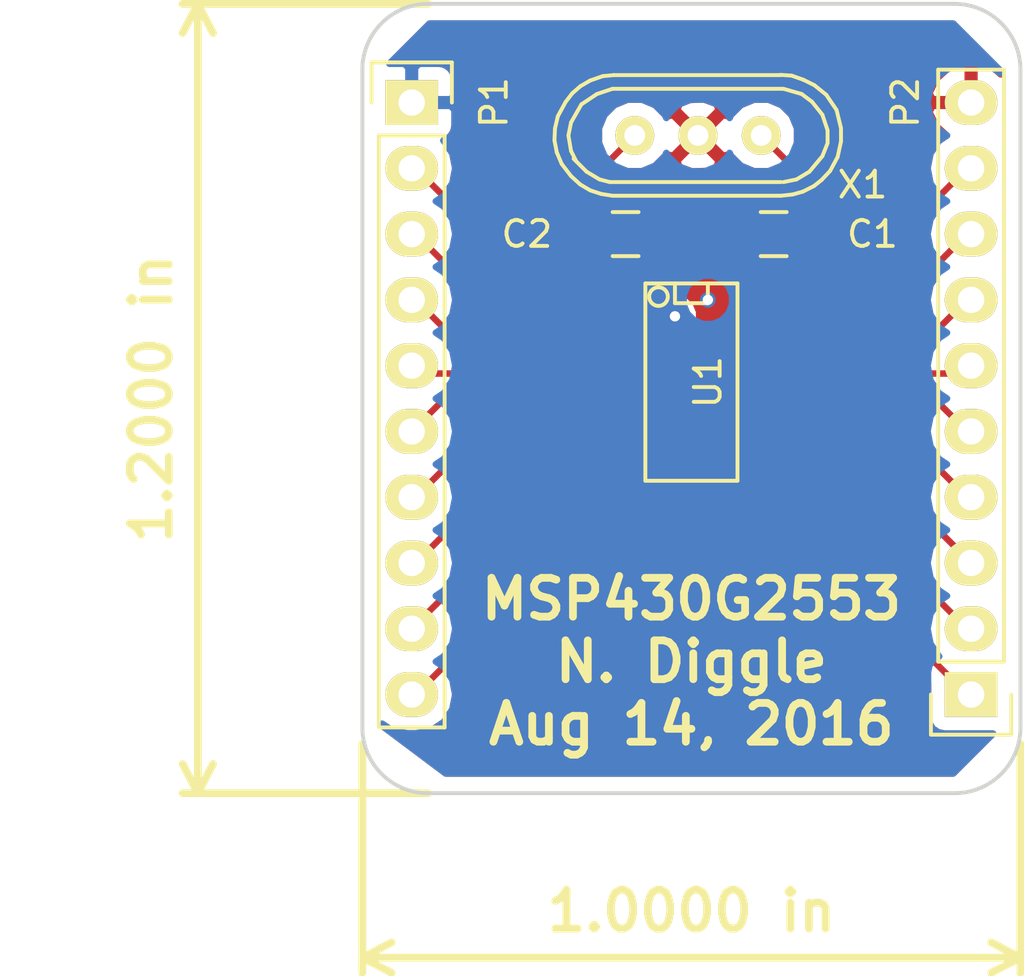
<source format=kicad_pcb>
(kicad_pcb (version 4) (host pcbnew 4.0.2-stable)

  (general
    (links 25)
    (no_connects 0)
    (area 126.924999 96.444999 152.475001 127.075001)
    (thickness 1.6)
    (drawings 11)
    (tracks 62)
    (zones 0)
    (modules 6)
    (nets 23)
  )

  (page A4)
  (layers
    (0 F.Cu signal)
    (31 B.Cu signal)
    (32 B.Adhes user)
    (33 F.Adhes user)
    (34 B.Paste user)
    (35 F.Paste user)
    (36 B.SilkS user)
    (37 F.SilkS user)
    (38 B.Mask user)
    (39 F.Mask user)
    (40 Dwgs.User user)
    (41 Cmts.User user)
    (42 Eco1.User user)
    (43 Eco2.User user)
    (44 Edge.Cuts user)
    (45 Margin user)
    (46 B.CrtYd user)
    (47 F.CrtYd user)
    (48 B.Fab user)
    (49 F.Fab user)
  )

  (setup
    (last_trace_width 0.25)
    (trace_clearance 0.2)
    (zone_clearance 0.508)
    (zone_45_only no)
    (trace_min 0.2)
    (segment_width 0.2)
    (edge_width 0.15)
    (via_size 0.6)
    (via_drill 0.4)
    (via_min_size 0.4)
    (via_min_drill 0.3)
    (uvia_size 0.3)
    (uvia_drill 0.1)
    (uvias_allowed no)
    (uvia_min_size 0.2)
    (uvia_min_drill 0.1)
    (pcb_text_width 0.3)
    (pcb_text_size 1.5 1.5)
    (mod_edge_width 0.15)
    (mod_text_size 1 1)
    (mod_text_width 0.15)
    (pad_size 1.524 1.524)
    (pad_drill 0.762)
    (pad_to_mask_clearance 0.2)
    (aux_axis_origin 0 0)
    (visible_elements 7FFEFFFF)
    (pcbplotparams
      (layerselection 0x00030_80000001)
      (usegerberextensions false)
      (excludeedgelayer true)
      (linewidth 0.100000)
      (plotframeref false)
      (viasonmask false)
      (mode 1)
      (useauxorigin false)
      (hpglpennumber 1)
      (hpglpenspeed 20)
      (hpglpendiameter 15)
      (hpglpenoverlay 2)
      (psnegative false)
      (psa4output false)
      (plotreference true)
      (plotvalue true)
      (plotinvisibletext false)
      (padsonsilk false)
      (subtractmaskfromsilk false)
      (outputformat 1)
      (mirror false)
      (drillshape 0)
      (scaleselection 1)
      (outputdirectory ""))
  )

  (net 0 "")
  (net 1 DVSS)
  (net 2 "Net-(C1-Pad2)")
  (net 3 "Net-(C2-Pad2)")
  (net 4 DVCC)
  (net 5 P1.0)
  (net 6 P1.1)
  (net 7 P1.2)
  (net 8 P1.3)
  (net 9 P1.4)
  (net 10 P1.5)
  (net 11 P2.0)
  (net 12 P2.1)
  (net 13 P2.2)
  (net 14 P2.3)
  (net 15 P2.4)
  (net 16 P2.5)
  (net 17 P1.6)
  (net 18 P1.7)
  (net 19 /RST)
  (net 20 TEST)
  (net 21 XOUT)
  (net 22 XIN)

  (net_class Default "This is the default net class."
    (clearance 0.2)
    (trace_width 0.25)
    (via_dia 0.6)
    (via_drill 0.4)
    (uvia_dia 0.3)
    (uvia_drill 0.1)
    (add_net /RST)
    (add_net "Net-(C1-Pad2)")
    (add_net "Net-(C2-Pad2)")
    (add_net P1.0)
    (add_net P1.1)
    (add_net P1.2)
    (add_net P1.3)
    (add_net P1.4)
    (add_net P1.5)
    (add_net P1.6)
    (add_net P1.7)
    (add_net P2.0)
    (add_net P2.1)
    (add_net P2.2)
    (add_net P2.3)
    (add_net P2.4)
    (add_net P2.5)
    (add_net TEST)
    (add_net XIN)
    (add_net XOUT)
  )

  (net_class Power ""
    (clearance 0.2)
    (trace_width 0.4)
    (via_dia 0.6)
    (via_drill 0.4)
    (uvia_dia 0.3)
    (uvia_drill 0.1)
    (add_net DVCC)
    (add_net DVSS)
  )

  (module Capacitors_SMD:C_0805_HandSoldering (layer F.Cu) (tedit 541A9B8D) (tstamp 57B08DB6)
    (at 142.875 105.41)
    (descr "Capacitor SMD 0805, hand soldering")
    (tags "capacitor 0805")
    (path /57B08892)
    (attr smd)
    (fp_text reference C1 (at 3.81 0) (layer F.SilkS)
      (effects (font (size 1 1) (thickness 0.15)))
    )
    (fp_text value C (at 0 2.1) (layer F.Fab)
      (effects (font (size 1 1) (thickness 0.15)))
    )
    (fp_line (start -2.3 -1) (end 2.3 -1) (layer F.CrtYd) (width 0.05))
    (fp_line (start -2.3 1) (end 2.3 1) (layer F.CrtYd) (width 0.05))
    (fp_line (start -2.3 -1) (end -2.3 1) (layer F.CrtYd) (width 0.05))
    (fp_line (start 2.3 -1) (end 2.3 1) (layer F.CrtYd) (width 0.05))
    (fp_line (start 0.5 -0.85) (end -0.5 -0.85) (layer F.SilkS) (width 0.15))
    (fp_line (start -0.5 0.85) (end 0.5 0.85) (layer F.SilkS) (width 0.15))
    (pad 1 smd rect (at -1.25 0) (size 1.5 1.25) (layers F.Cu F.Paste F.Mask)
      (net 1 DVSS))
    (pad 2 smd rect (at 1.25 0) (size 1.5 1.25) (layers F.Cu F.Paste F.Mask)
      (net 2 "Net-(C1-Pad2)"))
    (model Capacitors_SMD.3dshapes/C_0805_HandSoldering.wrl
      (at (xyz 0 0 0))
      (scale (xyz 1 1 1))
      (rotate (xyz 0 0 0))
    )
  )

  (module Capacitors_SMD:C_0805_HandSoldering (layer F.Cu) (tedit 541A9B8D) (tstamp 57B08DBC)
    (at 137.16 105.41 180)
    (descr "Capacitor SMD 0805, hand soldering")
    (tags "capacitor 0805")
    (path /57B088D3)
    (attr smd)
    (fp_text reference C2 (at 3.81 0 180) (layer F.SilkS)
      (effects (font (size 1 1) (thickness 0.15)))
    )
    (fp_text value C (at 0 2.1 180) (layer F.Fab)
      (effects (font (size 1 1) (thickness 0.15)))
    )
    (fp_line (start -2.3 -1) (end 2.3 -1) (layer F.CrtYd) (width 0.05))
    (fp_line (start -2.3 1) (end 2.3 1) (layer F.CrtYd) (width 0.05))
    (fp_line (start -2.3 -1) (end -2.3 1) (layer F.CrtYd) (width 0.05))
    (fp_line (start 2.3 -1) (end 2.3 1) (layer F.CrtYd) (width 0.05))
    (fp_line (start 0.5 -0.85) (end -0.5 -0.85) (layer F.SilkS) (width 0.15))
    (fp_line (start -0.5 0.85) (end 0.5 0.85) (layer F.SilkS) (width 0.15))
    (pad 1 smd rect (at -1.25 0 180) (size 1.5 1.25) (layers F.Cu F.Paste F.Mask)
      (net 1 DVSS))
    (pad 2 smd rect (at 1.25 0 180) (size 1.5 1.25) (layers F.Cu F.Paste F.Mask)
      (net 3 "Net-(C2-Pad2)"))
    (model Capacitors_SMD.3dshapes/C_0805_HandSoldering.wrl
      (at (xyz 0 0 0))
      (scale (xyz 1 1 1))
      (rotate (xyz 0 0 0))
    )
  )

  (module Pin_Headers:Pin_Header_Straight_1x10 (layer F.Cu) (tedit 0) (tstamp 57B08DCA)
    (at 128.905 100.33)
    (descr "Through hole pin header")
    (tags "pin header")
    (path /57B0B491)
    (fp_text reference P1 (at 3.175 0 90) (layer F.SilkS)
      (effects (font (size 1 1) (thickness 0.15)))
    )
    (fp_text value CONN_01X10 (at 4.445 25.4) (layer F.Fab)
      (effects (font (size 1 1) (thickness 0.15)))
    )
    (fp_line (start -1.75 -1.75) (end -1.75 24.65) (layer F.CrtYd) (width 0.05))
    (fp_line (start 1.75 -1.75) (end 1.75 24.65) (layer F.CrtYd) (width 0.05))
    (fp_line (start -1.75 -1.75) (end 1.75 -1.75) (layer F.CrtYd) (width 0.05))
    (fp_line (start -1.75 24.65) (end 1.75 24.65) (layer F.CrtYd) (width 0.05))
    (fp_line (start 1.27 1.27) (end 1.27 24.13) (layer F.SilkS) (width 0.15))
    (fp_line (start 1.27 24.13) (end -1.27 24.13) (layer F.SilkS) (width 0.15))
    (fp_line (start -1.27 24.13) (end -1.27 1.27) (layer F.SilkS) (width 0.15))
    (fp_line (start 1.55 -1.55) (end 1.55 0) (layer F.SilkS) (width 0.15))
    (fp_line (start 1.27 1.27) (end -1.27 1.27) (layer F.SilkS) (width 0.15))
    (fp_line (start -1.55 0) (end -1.55 -1.55) (layer F.SilkS) (width 0.15))
    (fp_line (start -1.55 -1.55) (end 1.55 -1.55) (layer F.SilkS) (width 0.15))
    (pad 1 thru_hole rect (at 0 0) (size 2.032 1.7272) (drill 1.016) (layers *.Cu *.Mask F.SilkS)
      (net 4 DVCC))
    (pad 2 thru_hole oval (at 0 2.54) (size 2.032 1.7272) (drill 1.016) (layers *.Cu *.Mask F.SilkS)
      (net 5 P1.0))
    (pad 3 thru_hole oval (at 0 5.08) (size 2.032 1.7272) (drill 1.016) (layers *.Cu *.Mask F.SilkS)
      (net 6 P1.1))
    (pad 4 thru_hole oval (at 0 7.62) (size 2.032 1.7272) (drill 1.016) (layers *.Cu *.Mask F.SilkS)
      (net 7 P1.2))
    (pad 5 thru_hole oval (at 0 10.16) (size 2.032 1.7272) (drill 1.016) (layers *.Cu *.Mask F.SilkS)
      (net 8 P1.3))
    (pad 6 thru_hole oval (at 0 12.7) (size 2.032 1.7272) (drill 1.016) (layers *.Cu *.Mask F.SilkS)
      (net 9 P1.4))
    (pad 7 thru_hole oval (at 0 15.24) (size 2.032 1.7272) (drill 1.016) (layers *.Cu *.Mask F.SilkS)
      (net 10 P1.5))
    (pad 8 thru_hole oval (at 0 17.78) (size 2.032 1.7272) (drill 1.016) (layers *.Cu *.Mask F.SilkS)
      (net 11 P2.0))
    (pad 9 thru_hole oval (at 0 20.32) (size 2.032 1.7272) (drill 1.016) (layers *.Cu *.Mask F.SilkS)
      (net 12 P2.1))
    (pad 10 thru_hole oval (at 0 22.86) (size 2.032 1.7272) (drill 1.016) (layers *.Cu *.Mask F.SilkS)
      (net 13 P2.2))
    (model Pin_Headers.3dshapes/Pin_Header_Straight_1x10.wrl
      (at (xyz 0 -0.45 0))
      (scale (xyz 1 1 1))
      (rotate (xyz 0 0 90))
    )
  )

  (module Pin_Headers:Pin_Header_Straight_1x10 (layer F.Cu) (tedit 0) (tstamp 57B08DD8)
    (at 150.495 123.19 180)
    (descr "Through hole pin header")
    (tags "pin header")
    (path /57B0B4DA)
    (fp_text reference P2 (at 2.54 22.86 270) (layer F.SilkS)
      (effects (font (size 1 1) (thickness 0.15)))
    )
    (fp_text value CONN_01X10 (at 4.445 -2.54 180) (layer F.Fab)
      (effects (font (size 1 1) (thickness 0.15)))
    )
    (fp_line (start -1.75 -1.75) (end -1.75 24.65) (layer F.CrtYd) (width 0.05))
    (fp_line (start 1.75 -1.75) (end 1.75 24.65) (layer F.CrtYd) (width 0.05))
    (fp_line (start -1.75 -1.75) (end 1.75 -1.75) (layer F.CrtYd) (width 0.05))
    (fp_line (start -1.75 24.65) (end 1.75 24.65) (layer F.CrtYd) (width 0.05))
    (fp_line (start 1.27 1.27) (end 1.27 24.13) (layer F.SilkS) (width 0.15))
    (fp_line (start 1.27 24.13) (end -1.27 24.13) (layer F.SilkS) (width 0.15))
    (fp_line (start -1.27 24.13) (end -1.27 1.27) (layer F.SilkS) (width 0.15))
    (fp_line (start 1.55 -1.55) (end 1.55 0) (layer F.SilkS) (width 0.15))
    (fp_line (start 1.27 1.27) (end -1.27 1.27) (layer F.SilkS) (width 0.15))
    (fp_line (start -1.55 0) (end -1.55 -1.55) (layer F.SilkS) (width 0.15))
    (fp_line (start -1.55 -1.55) (end 1.55 -1.55) (layer F.SilkS) (width 0.15))
    (pad 1 thru_hole rect (at 0 0 180) (size 2.032 1.7272) (drill 1.016) (layers *.Cu *.Mask F.SilkS)
      (net 14 P2.3))
    (pad 2 thru_hole oval (at 0 2.54 180) (size 2.032 1.7272) (drill 1.016) (layers *.Cu *.Mask F.SilkS)
      (net 15 P2.4))
    (pad 3 thru_hole oval (at 0 5.08 180) (size 2.032 1.7272) (drill 1.016) (layers *.Cu *.Mask F.SilkS)
      (net 16 P2.5))
    (pad 4 thru_hole oval (at 0 7.62 180) (size 2.032 1.7272) (drill 1.016) (layers *.Cu *.Mask F.SilkS)
      (net 17 P1.6))
    (pad 5 thru_hole oval (at 0 10.16 180) (size 2.032 1.7272) (drill 1.016) (layers *.Cu *.Mask F.SilkS)
      (net 18 P1.7))
    (pad 6 thru_hole oval (at 0 12.7 180) (size 2.032 1.7272) (drill 1.016) (layers *.Cu *.Mask F.SilkS)
      (net 19 /RST))
    (pad 7 thru_hole oval (at 0 15.24 180) (size 2.032 1.7272) (drill 1.016) (layers *.Cu *.Mask F.SilkS)
      (net 20 TEST))
    (pad 8 thru_hole oval (at 0 17.78 180) (size 2.032 1.7272) (drill 1.016) (layers *.Cu *.Mask F.SilkS)
      (net 21 XOUT))
    (pad 9 thru_hole oval (at 0 20.32 180) (size 2.032 1.7272) (drill 1.016) (layers *.Cu *.Mask F.SilkS)
      (net 22 XIN))
    (pad 10 thru_hole oval (at 0 22.86 180) (size 2.032 1.7272) (drill 1.016) (layers *.Cu *.Mask F.SilkS)
      (net 1 DVSS))
    (model Pin_Headers.3dshapes/Pin_Header_Straight_1x10.wrl
      (at (xyz 0 -0.45 0))
      (scale (xyz 1 1 1))
      (rotate (xyz 0 0 90))
    )
  )

  (module SMD_Packages:SSOP-20 (layer F.Cu) (tedit 0) (tstamp 57B08DF0)
    (at 139.7 111.125 270)
    (descr "SSOP 20 pins")
    (tags "CMS SSOP SMD")
    (path /57B0A17B)
    (attr smd)
    (fp_text reference U1 (at 0 -0.635 270) (layer F.SilkS)
      (effects (font (size 1 1) (thickness 0.15)))
    )
    (fp_text value MSP430G2553 (at 4.445 0 360) (layer F.Fab)
      (effects (font (size 1 1) (thickness 0.15)))
    )
    (fp_line (start 3.81 -1.778) (end -3.81 -1.778) (layer F.SilkS) (width 0.15))
    (fp_line (start -3.81 1.778) (end 3.81 1.778) (layer F.SilkS) (width 0.15))
    (fp_line (start 3.81 -1.778) (end 3.81 1.778) (layer F.SilkS) (width 0.15))
    (fp_line (start -3.81 1.778) (end -3.81 -1.778) (layer F.SilkS) (width 0.15))
    (fp_circle (center -3.302 1.27) (end -3.556 1.016) (layer F.SilkS) (width 0.15))
    (fp_line (start -3.81 -0.635) (end -3.048 -0.635) (layer F.SilkS) (width 0.15))
    (fp_line (start -3.048 -0.635) (end -3.048 0.635) (layer F.SilkS) (width 0.15))
    (fp_line (start -3.048 0.635) (end -3.81 0.635) (layer F.SilkS) (width 0.15))
    (pad 1 smd rect (at -2.921 2.667 270) (size 0.4064 1.27) (layers F.Cu F.Paste F.Mask)
      (net 4 DVCC))
    (pad 2 smd rect (at -2.286 2.667 270) (size 0.4064 1.27) (layers F.Cu F.Paste F.Mask)
      (net 5 P1.0))
    (pad 3 smd rect (at -1.6256 2.667 270) (size 0.4064 1.27) (layers F.Cu F.Paste F.Mask)
      (net 6 P1.1))
    (pad 4 smd rect (at -0.9652 2.667 270) (size 0.4064 1.27) (layers F.Cu F.Paste F.Mask)
      (net 7 P1.2))
    (pad 5 smd rect (at -0.3302 2.667 270) (size 0.4064 1.27) (layers F.Cu F.Paste F.Mask)
      (net 8 P1.3))
    (pad 6 smd rect (at 0.3302 2.667 270) (size 0.4064 1.27) (layers F.Cu F.Paste F.Mask)
      (net 9 P1.4))
    (pad 7 smd rect (at 0.9906 2.667 270) (size 0.4064 1.27) (layers F.Cu F.Paste F.Mask)
      (net 10 P1.5))
    (pad 8 smd rect (at 1.6256 2.667 270) (size 0.4064 1.27) (layers F.Cu F.Paste F.Mask)
      (net 11 P2.0))
    (pad 9 smd rect (at 2.286 2.667 270) (size 0.4064 1.27) (layers F.Cu F.Paste F.Mask)
      (net 12 P2.1))
    (pad 10 smd rect (at 2.921 2.667 270) (size 0.4064 1.27) (layers F.Cu F.Paste F.Mask)
      (net 13 P2.2))
    (pad 11 smd rect (at 2.921 -2.667 270) (size 0.4064 1.27) (layers F.Cu F.Paste F.Mask)
      (net 14 P2.3))
    (pad 12 smd rect (at 2.286 -2.667 270) (size 0.4064 1.27) (layers F.Cu F.Paste F.Mask)
      (net 15 P2.4))
    (pad 13 smd rect (at 1.6256 -2.667 270) (size 0.4064 1.27) (layers F.Cu F.Paste F.Mask)
      (net 16 P2.5))
    (pad 14 smd rect (at 0.9906 -2.667 270) (size 0.4064 1.27) (layers F.Cu F.Paste F.Mask)
      (net 17 P1.6))
    (pad 15 smd rect (at 0.3302 -2.667 270) (size 0.4064 1.27) (layers F.Cu F.Paste F.Mask)
      (net 18 P1.7))
    (pad 16 smd rect (at -0.3302 -2.667 270) (size 0.4064 1.27) (layers F.Cu F.Paste F.Mask)
      (net 19 /RST))
    (pad 17 smd rect (at -0.9652 -2.667 270) (size 0.4064 1.27) (layers F.Cu F.Paste F.Mask)
      (net 20 TEST))
    (pad 18 smd rect (at -1.6256 -2.667 270) (size 0.4064 1.27) (layers F.Cu F.Paste F.Mask)
      (net 21 XOUT))
    (pad 19 smd rect (at -2.286 -2.667 270) (size 0.4064 1.27) (layers F.Cu F.Paste F.Mask)
      (net 22 XIN))
    (pad 20 smd rect (at -2.921 -2.667 270) (size 0.4064 1.27) (layers F.Cu F.Paste F.Mask)
      (net 1 DVSS))
    (model SMD_Packages.3dshapes/SSOP-20.wrl
      (at (xyz 0 0 0))
      (scale (xyz 0.255 0.33 0.3))
      (rotate (xyz 0 0 0))
    )
  )

  (module Crystals:Crystal_HC49-U_Vertical_3Pin (layer F.Cu) (tedit 0) (tstamp 57B08DF7)
    (at 139.954 101.6 180)
    (descr "Crystal Quarz HC49/U vertical stehend 3 Pin")
    (tags "Crystal Quarz HC49/U vertical stehend 3 Pin")
    (path /57B08699)
    (fp_text reference X1 (at -6.35 -1.905 180) (layer F.SilkS)
      (effects (font (size 1 1) (thickness 0.15)))
    )
    (fp_text value CRYSTAL_SMD (at 0 2.54 180) (layer F.Fab)
      (effects (font (size 1 1) (thickness 0.15)))
    )
    (fp_line (start 4.699 -1.00076) (end 4.89966 -0.59944) (layer F.SilkS) (width 0.15))
    (fp_line (start 4.89966 -0.59944) (end 5.00126 0) (layer F.SilkS) (width 0.15))
    (fp_line (start 5.00126 0) (end 4.89966 0.50038) (layer F.SilkS) (width 0.15))
    (fp_line (start 4.89966 0.50038) (end 4.50088 1.19888) (layer F.SilkS) (width 0.15))
    (fp_line (start 4.50088 1.19888) (end 3.8989 1.6002) (layer F.SilkS) (width 0.15))
    (fp_line (start 3.8989 1.6002) (end 3.29946 1.80086) (layer F.SilkS) (width 0.15))
    (fp_line (start 3.29946 1.80086) (end -3.29946 1.80086) (layer F.SilkS) (width 0.15))
    (fp_line (start -3.29946 1.80086) (end -4.0005 1.6002) (layer F.SilkS) (width 0.15))
    (fp_line (start -4.0005 1.6002) (end -4.39928 1.30048) (layer F.SilkS) (width 0.15))
    (fp_line (start -4.39928 1.30048) (end -4.8006 0.8001) (layer F.SilkS) (width 0.15))
    (fp_line (start -4.8006 0.8001) (end -5.00126 0.20066) (layer F.SilkS) (width 0.15))
    (fp_line (start -5.00126 0.20066) (end -5.00126 -0.29972) (layer F.SilkS) (width 0.15))
    (fp_line (start -5.00126 -0.29972) (end -4.8006 -0.8001) (layer F.SilkS) (width 0.15))
    (fp_line (start -4.8006 -0.8001) (end -4.30022 -1.39954) (layer F.SilkS) (width 0.15))
    (fp_line (start -4.30022 -1.39954) (end -3.79984 -1.69926) (layer F.SilkS) (width 0.15))
    (fp_line (start -3.79984 -1.69926) (end -3.29946 -1.80086) (layer F.SilkS) (width 0.15))
    (fp_line (start -3.2004 -1.80086) (end 3.40106 -1.80086) (layer F.SilkS) (width 0.15))
    (fp_line (start 3.40106 -1.80086) (end 3.79984 -1.69926) (layer F.SilkS) (width 0.15))
    (fp_line (start 3.79984 -1.69926) (end 4.30022 -1.39954) (layer F.SilkS) (width 0.15))
    (fp_line (start 4.30022 -1.39954) (end 4.8006 -0.89916) (layer F.SilkS) (width 0.15))
    (fp_line (start -3.19024 -2.32918) (end -3.64998 -2.28092) (layer F.SilkS) (width 0.15))
    (fp_line (start -3.64998 -2.28092) (end -4.04876 -2.16916) (layer F.SilkS) (width 0.15))
    (fp_line (start -4.04876 -2.16916) (end -4.48056 -1.95072) (layer F.SilkS) (width 0.15))
    (fp_line (start -4.48056 -1.95072) (end -4.77012 -1.71958) (layer F.SilkS) (width 0.15))
    (fp_line (start -4.77012 -1.71958) (end -5.10032 -1.36906) (layer F.SilkS) (width 0.15))
    (fp_line (start -5.10032 -1.36906) (end -5.38988 -0.83058) (layer F.SilkS) (width 0.15))
    (fp_line (start -5.38988 -0.83058) (end -5.51942 -0.23114) (layer F.SilkS) (width 0.15))
    (fp_line (start -5.51942 -0.23114) (end -5.51942 0.2794) (layer F.SilkS) (width 0.15))
    (fp_line (start -5.51942 0.2794) (end -5.34924 0.98044) (layer F.SilkS) (width 0.15))
    (fp_line (start -5.34924 0.98044) (end -4.95046 1.56972) (layer F.SilkS) (width 0.15))
    (fp_line (start -4.95046 1.56972) (end -4.49072 1.94056) (layer F.SilkS) (width 0.15))
    (fp_line (start -4.49072 1.94056) (end -4.06908 2.14884) (layer F.SilkS) (width 0.15))
    (fp_line (start -4.06908 2.14884) (end -3.6195 2.30886) (layer F.SilkS) (width 0.15))
    (fp_line (start -3.6195 2.30886) (end -3.18008 2.33934) (layer F.SilkS) (width 0.15))
    (fp_line (start 4.16052 2.1209) (end 4.53898 1.89992) (layer F.SilkS) (width 0.15))
    (fp_line (start 4.53898 1.89992) (end 4.85902 1.62052) (layer F.SilkS) (width 0.15))
    (fp_line (start 4.85902 1.62052) (end 5.11048 1.29032) (layer F.SilkS) (width 0.15))
    (fp_line (start 5.11048 1.29032) (end 5.4102 0.73914) (layer F.SilkS) (width 0.15))
    (fp_line (start 5.4102 0.73914) (end 5.51942 0.26924) (layer F.SilkS) (width 0.15))
    (fp_line (start 5.51942 0.26924) (end 5.53974 -0.1905) (layer F.SilkS) (width 0.15))
    (fp_line (start 5.53974 -0.1905) (end 5.45084 -0.65024) (layer F.SilkS) (width 0.15))
    (fp_line (start 5.45084 -0.65024) (end 5.26034 -1.09982) (layer F.SilkS) (width 0.15))
    (fp_line (start 5.26034 -1.09982) (end 4.89966 -1.56972) (layer F.SilkS) (width 0.15))
    (fp_line (start 4.89966 -1.56972) (end 4.54914 -1.88976) (layer F.SilkS) (width 0.15))
    (fp_line (start 4.54914 -1.88976) (end 4.16052 -2.1209) (layer F.SilkS) (width 0.15))
    (fp_line (start 4.16052 -2.1209) (end 3.73126 -2.2606) (layer F.SilkS) (width 0.15))
    (fp_line (start 3.73126 -2.2606) (end 3.2893 -2.32918) (layer F.SilkS) (width 0.15))
    (fp_line (start -3.2004 2.32918) (end 3.2512 2.32918) (layer F.SilkS) (width 0.15))
    (fp_line (start 3.2512 2.32918) (end 3.6703 2.29108) (layer F.SilkS) (width 0.15))
    (fp_line (start 3.6703 2.29108) (end 4.16052 2.1209) (layer F.SilkS) (width 0.15))
    (fp_line (start -3.2004 -2.32918) (end 3.2512 -2.32918) (layer F.SilkS) (width 0.15))
    (pad 1 thru_hole circle (at -2.44094 0 180) (size 1.50114 1.50114) (drill 0.8001) (layers *.Cu *.Mask F.SilkS)
      (net 2 "Net-(C1-Pad2)"))
    (pad 2 thru_hole circle (at 2.44094 0 180) (size 1.50114 1.50114) (drill 0.8001) (layers *.Cu *.Mask F.SilkS)
      (net 3 "Net-(C2-Pad2)"))
    (pad 3 thru_hole circle (at 0 0 180) (size 1.50114 1.50114) (drill 0.8001) (layers *.Cu *.Mask F.SilkS)
      (net 1 DVSS))
  )

  (dimension 25.4 (width 0.3) (layer F.SilkS)
    (gr_text "25.400 mm" (at 139.7 134.699999) (layer F.SilkS)
      (effects (font (size 1.5 1.5) (thickness 0.3)))
    )
    (feature1 (pts (xy 152.4 125.095) (xy 152.4 136.049999)))
    (feature2 (pts (xy 127 125.095) (xy 127 136.049999)))
    (crossbar (pts (xy 127 133.349999) (xy 152.4 133.349999)))
    (arrow1a (pts (xy 152.4 133.349999) (xy 151.273496 133.93642)))
    (arrow1b (pts (xy 152.4 133.349999) (xy 151.273496 132.763578)))
    (arrow2a (pts (xy 127 133.349999) (xy 128.126504 133.93642)))
    (arrow2b (pts (xy 127 133.349999) (xy 128.126504 132.763578)))
  )
  (dimension 30.48 (width 0.3) (layer F.SilkS)
    (gr_text "30.480 mm" (at 119.3 111.76 90) (layer F.SilkS)
      (effects (font (size 1.5 1.5) (thickness 0.3)))
    )
    (feature1 (pts (xy 129.54 96.52) (xy 117.95 96.52)))
    (feature2 (pts (xy 129.54 127) (xy 117.95 127)))
    (crossbar (pts (xy 120.65 127) (xy 120.65 96.52)))
    (arrow1a (pts (xy 120.65 96.52) (xy 121.236421 97.646504)))
    (arrow1b (pts (xy 120.65 96.52) (xy 120.063579 97.646504)))
    (arrow2a (pts (xy 120.65 127) (xy 121.236421 125.873496)))
    (arrow2b (pts (xy 120.65 127) (xy 120.063579 125.873496)))
  )
  (gr_text "MSP430G2553\nN. Diggle\nAug 14, 2016" (at 139.7 121.92) (layer F.SilkS)
    (effects (font (size 1.5 1.5) (thickness 0.3)))
  )
  (gr_arc (start 149.86 99.06) (end 149.86 96.52) (angle 90) (layer Edge.Cuts) (width 0.15))
  (gr_arc (start 129.54 99.06) (end 127 99.06) (angle 90) (layer Edge.Cuts) (width 0.15))
  (gr_arc (start 129.54 124.46) (end 129.54 127) (angle 90) (layer Edge.Cuts) (width 0.15))
  (gr_arc (start 149.86 124.46) (end 152.4 124.46) (angle 90) (layer Edge.Cuts) (width 0.15))
  (gr_line (start 127 99.06) (end 127 124.46) (layer Edge.Cuts) (width 0.15))
  (gr_line (start 149.86 96.52) (end 129.54 96.52) (layer Edge.Cuts) (width 0.15))
  (gr_line (start 152.4 124.46) (end 152.4 99.06) (layer Edge.Cuts) (width 0.15))
  (gr_line (start 129.54 127) (end 149.86 127) (layer Edge.Cuts) (width 0.15))

  (segment (start 140.335 107.95) (end 140.97 107.95) (width 0.4) (layer F.Cu) (net 1))
  (segment (start 140.97 107.95) (end 141.224 108.204) (width 0.4) (layer F.Cu) (net 1))
  (segment (start 142.367 108.204) (end 141.224 108.204) (width 0.4) (layer F.Cu) (net 1))
  (via (at 140.335 107.95) (size 0.6) (drill 0.4) (layers F.Cu B.Cu) (net 1))
  (segment (start 141.625 105.41) (end 141.5 105.41) (width 0.4) (layer F.Cu) (net 1))
  (segment (start 144.125 105.41) (end 144.125 103.33006) (width 0.25) (layer F.Cu) (net 2))
  (segment (start 144.125 103.33006) (end 142.39494 101.6) (width 0.25) (layer F.Cu) (net 2))
  (segment (start 135.91 105.41) (end 135.91 103.20306) (width 0.25) (layer F.Cu) (net 3))
  (segment (start 135.91 103.20306) (end 137.51306 101.6) (width 0.25) (layer F.Cu) (net 3))
  (segment (start 137.033 108.204) (end 138.684 108.204) (width 0.4) (layer F.Cu) (net 4))
  (segment (start 138.684 108.204) (end 139.065 108.585) (width 0.4) (layer F.Cu) (net 4))
  (via (at 139.065 108.585) (size 0.6) (drill 0.4) (layers F.Cu B.Cu) (net 4))
  (segment (start 137.033 108.839) (end 135.0264 108.839) (width 0.25) (layer F.Cu) (net 5))
  (segment (start 135.0264 108.839) (end 129.0574 102.87) (width 0.25) (layer F.Cu) (net 5))
  (segment (start 129.0574 102.87) (end 128.905 102.87) (width 0.25) (layer F.Cu) (net 5))
  (segment (start 129.0574 105.41) (end 128.905 105.41) (width 0.25) (layer F.Cu) (net 6))
  (segment (start 133.1468 109.4994) (end 129.0574 105.41) (width 0.25) (layer F.Cu) (net 6))
  (segment (start 137.033 109.4994) (end 133.1468 109.4994) (width 0.25) (layer F.Cu) (net 6))
  (segment (start 129.0574 107.95) (end 128.905 107.95) (width 0.25) (layer F.Cu) (net 7))
  (segment (start 131.2672 110.1598) (end 129.0574 107.95) (width 0.25) (layer F.Cu) (net 7))
  (segment (start 137.033 110.1598) (end 131.2672 110.1598) (width 0.25) (layer F.Cu) (net 7))
  (segment (start 137.033 110.7948) (end 129.2098 110.7948) (width 0.25) (layer F.Cu) (net 8))
  (segment (start 129.2098 110.7948) (end 128.905 110.49) (width 0.25) (layer F.Cu) (net 8))
  (segment (start 130.4798 111.4552) (end 128.905 113.03) (width 0.25) (layer F.Cu) (net 9))
  (segment (start 137.033 111.4552) (end 130.4798 111.4552) (width 0.25) (layer F.Cu) (net 9))
  (segment (start 132.4864 112.141) (end 129.0574 115.57) (width 0.25) (layer F.Cu) (net 10))
  (segment (start 132.4864 112.1156) (end 132.4864 112.141) (width 0.25) (layer F.Cu) (net 10))
  (segment (start 129.0574 115.57) (end 128.905 115.57) (width 0.25) (layer F.Cu) (net 10))
  (segment (start 137.033 112.1156) (end 132.4864 112.1156) (width 0.25) (layer F.Cu) (net 10))
  (segment (start 137.033 112.7506) (end 134.4168 112.7506) (width 0.25) (layer F.Cu) (net 11))
  (segment (start 134.4168 112.7506) (end 129.0574 118.11) (width 0.25) (layer F.Cu) (net 11))
  (segment (start 129.0574 118.11) (end 128.905 118.11) (width 0.25) (layer F.Cu) (net 11))
  (segment (start 137.033 113.411) (end 136.144 113.411) (width 0.25) (layer F.Cu) (net 12))
  (segment (start 136.144 113.411) (end 128.905 120.65) (width 0.25) (layer F.Cu) (net 12))
  (segment (start 137.033 114.046) (end 137.033 115.2144) (width 0.25) (layer F.Cu) (net 13))
  (segment (start 137.033 115.2144) (end 129.0574 123.19) (width 0.25) (layer F.Cu) (net 13))
  (segment (start 129.0574 123.19) (end 128.905 123.19) (width 0.25) (layer F.Cu) (net 13))
  (segment (start 142.367 114.046) (end 142.367 115.2144) (width 0.25) (layer F.Cu) (net 14))
  (segment (start 142.367 115.2144) (end 150.3426 123.19) (width 0.25) (layer F.Cu) (net 14))
  (segment (start 150.3426 123.19) (end 150.495 123.19) (width 0.25) (layer F.Cu) (net 14))
  (segment (start 142.367 113.411) (end 143.1036 113.411) (width 0.25) (layer F.Cu) (net 15))
  (segment (start 143.1036 113.411) (end 150.3426 120.65) (width 0.25) (layer F.Cu) (net 15))
  (segment (start 150.3426 120.65) (end 150.495 120.65) (width 0.25) (layer F.Cu) (net 15))
  (segment (start 142.367 112.7506) (end 145.1356 112.7506) (width 0.25) (layer F.Cu) (net 16))
  (segment (start 145.1356 112.7506) (end 150.495 118.11) (width 0.25) (layer F.Cu) (net 16))
  (segment (start 142.367 112.1156) (end 146.8882 112.1156) (width 0.25) (layer F.Cu) (net 17))
  (segment (start 146.8882 112.1156) (end 150.3426 115.57) (width 0.25) (layer F.Cu) (net 17))
  (segment (start 150.3426 115.57) (end 150.495 115.57) (width 0.25) (layer F.Cu) (net 17))
  (segment (start 142.367 111.4552) (end 148.7678 111.4552) (width 0.25) (layer F.Cu) (net 18))
  (segment (start 148.7678 111.4552) (end 150.3426 113.03) (width 0.25) (layer F.Cu) (net 18))
  (segment (start 150.3426 113.03) (end 150.495 113.03) (width 0.25) (layer F.Cu) (net 18))
  (segment (start 142.367 110.7948) (end 150.1902 110.7948) (width 0.25) (layer F.Cu) (net 19))
  (segment (start 150.1902 110.7948) (end 150.495 110.49) (width 0.25) (layer F.Cu) (net 19))
  (segment (start 142.367 110.1598) (end 148.1328 110.1598) (width 0.25) (layer F.Cu) (net 20))
  (segment (start 148.1328 110.1598) (end 150.3426 107.95) (width 0.25) (layer F.Cu) (net 20))
  (segment (start 150.3426 107.95) (end 150.495 107.95) (width 0.25) (layer F.Cu) (net 20))
  (segment (start 150.3426 105.41) (end 150.495 105.41) (width 0.25) (layer F.Cu) (net 21))
  (segment (start 146.2532 109.4994) (end 150.3426 105.41) (width 0.25) (layer F.Cu) (net 21))
  (segment (start 142.367 109.4994) (end 146.2532 109.4994) (width 0.25) (layer F.Cu) (net 21))
  (segment (start 144.3736 108.839) (end 150.3426 102.87) (width 0.25) (layer F.Cu) (net 22))
  (segment (start 142.367 108.839) (end 144.3736 108.839) (width 0.25) (layer F.Cu) (net 22))
  (segment (start 150.3426 102.87) (end 150.495 102.87) (width 0.25) (layer F.Cu) (net 22))

  (zone (net 1) (net_name DVSS) (layer F.Cu) (tstamp 0) (hatch edge 0.508)
    (connect_pads (clearance 0.508))
    (min_thickness 0.254)
    (fill yes (arc_segments 16) (thermal_gap 0.508) (thermal_bridge_width 0.508))
    (polygon
      (pts
        (xy 130.175 126.365) (xy 127.635 124.46) (xy 127.635 99.06) (xy 129.54 97.155) (xy 149.86 97.155)
        (xy 151.765 99.06) (xy 151.765 124.46) (xy 149.86 126.365)
      )
    )
    (filled_polygon
      (pts
        (xy 151.638 99.112606) (xy 151.638 99.242363) (xy 151.40932 99.038046) (xy 150.856913 98.844816) (xy 150.622 98.989076)
        (xy 150.622 100.203) (xy 150.642 100.203) (xy 150.642 100.457) (xy 150.622 100.457) (xy 150.622 100.477)
        (xy 150.368 100.477) (xy 150.368 100.457) (xy 149.008783 100.457) (xy 148.887642 100.689026) (xy 148.890291 100.704791)
        (xy 149.144268 101.232036) (xy 149.560069 101.603539) (xy 149.250585 101.81033) (xy 148.925729 102.296511) (xy 148.811655 102.87)
        (xy 148.887334 103.250464) (xy 144.058798 108.079) (xy 143.637 108.079) (xy 143.637 108.076998) (xy 143.503652 108.076998)
        (xy 143.637 107.94365) (xy 143.637 107.874491) (xy 143.540327 107.641102) (xy 143.361699 107.462473) (xy 143.12831 107.3658)
        (xy 142.65275 107.3658) (xy 142.494 107.52455) (xy 142.494 107.98836) (xy 142.24 107.98836) (xy 142.24 107.52455)
        (xy 142.08125 107.3658) (xy 141.60569 107.3658) (xy 141.372301 107.462473) (xy 141.193673 107.641102) (xy 141.097 107.874491)
        (xy 141.097 107.94365) (xy 141.25575 108.1024) (xy 141.38827 108.1024) (xy 141.280559 108.17171) (xy 141.135569 108.38391)
        (xy 141.124937 108.436413) (xy 141.097 108.46435) (xy 141.097 108.533509) (xy 141.102557 108.546926) (xy 141.08456 108.6358)
        (xy 141.08456 109.0422) (xy 141.109334 109.173862) (xy 141.08456 109.2962) (xy 141.08456 109.7026) (xy 141.109334 109.834262)
        (xy 141.08456 109.9566) (xy 141.08456 110.363) (xy 141.106857 110.481496) (xy 141.08456 110.5916) (xy 141.08456 110.998)
        (xy 141.109334 111.129662) (xy 141.08456 111.252) (xy 141.08456 111.6584) (xy 141.109334 111.790062) (xy 141.08456 111.9124)
        (xy 141.08456 112.3188) (xy 141.106857 112.437296) (xy 141.08456 112.5474) (xy 141.08456 112.9538) (xy 141.109334 113.085462)
        (xy 141.08456 113.2078) (xy 141.08456 113.6142) (xy 141.106857 113.732696) (xy 141.08456 113.8428) (xy 141.08456 114.2492)
        (xy 141.128838 114.484517) (xy 141.26791 114.700641) (xy 141.48011 114.845631) (xy 141.607 114.871327) (xy 141.607 115.2144)
        (xy 141.664852 115.505239) (xy 141.829599 115.751801) (xy 148.83156 122.753762) (xy 148.83156 124.0536) (xy 148.875838 124.288917)
        (xy 149.01491 124.505041) (xy 149.22711 124.650031) (xy 149.479 124.70104) (xy 151.344354 124.70104) (xy 149.807394 126.238)
        (xy 130.217333 126.238) (xy 127.762 124.3965) (xy 127.762 124.317433) (xy 128.146766 124.574526) (xy 128.720255 124.6886)
        (xy 129.089745 124.6886) (xy 129.663234 124.574526) (xy 130.149415 124.24967) (xy 130.474271 123.763489) (xy 130.588345 123.19)
        (xy 130.512666 122.809536) (xy 137.570401 115.751801) (xy 137.735148 115.505239) (xy 137.793 115.2144) (xy 137.793 114.87312)
        (xy 137.903317 114.852362) (xy 138.119441 114.71329) (xy 138.264431 114.50109) (xy 138.31544 114.2492) (xy 138.31544 113.8428)
        (xy 138.293143 113.724304) (xy 138.31544 113.6142) (xy 138.31544 113.2078) (xy 138.290666 113.076138) (xy 138.31544 112.9538)
        (xy 138.31544 112.5474) (xy 138.293143 112.428904) (xy 138.31544 112.3188) (xy 138.31544 111.9124) (xy 138.290666 111.780738)
        (xy 138.31544 111.6584) (xy 138.31544 111.252) (xy 138.290666 111.120338) (xy 138.31544 110.998) (xy 138.31544 110.5916)
        (xy 138.293143 110.473104) (xy 138.31544 110.363) (xy 138.31544 109.9566) (xy 138.290666 109.824938) (xy 138.31544 109.7026)
        (xy 138.31544 109.2962) (xy 138.290666 109.164538) (xy 138.296016 109.138118) (xy 138.534673 109.377192) (xy 138.878201 109.519838)
        (xy 139.250167 109.520162) (xy 139.593943 109.378117) (xy 139.857192 109.115327) (xy 139.999838 108.771799) (xy 140.000162 108.399833)
        (xy 139.858117 108.056057) (xy 139.595327 107.792808) (xy 139.35309 107.692222) (xy 139.274434 107.613566) (xy 139.178341 107.549359)
        (xy 139.003541 107.432561) (xy 138.684 107.369) (xy 137.745233 107.369) (xy 137.668 107.35336) (xy 136.398 107.35336)
        (xy 136.162683 107.397638) (xy 135.946559 107.53671) (xy 135.801569 107.74891) (xy 135.75056 108.0008) (xy 135.75056 108.079)
        (xy 135.341202 108.079) (xy 132.047202 104.785) (xy 134.51256 104.785) (xy 134.51256 106.035) (xy 134.556838 106.270317)
        (xy 134.69591 106.486441) (xy 134.90811 106.631431) (xy 135.16 106.68244) (xy 136.66 106.68244) (xy 136.895317 106.638162)
        (xy 137.111441 106.49909) (xy 137.157969 106.430994) (xy 137.300302 106.573327) (xy 137.533691 106.67) (xy 138.12425 106.67)
        (xy 138.283 106.51125) (xy 138.283 105.537) (xy 138.537 105.537) (xy 138.537 106.51125) (xy 138.69575 106.67)
        (xy 139.286309 106.67) (xy 139.519698 106.573327) (xy 139.698327 106.394699) (xy 139.795 106.16131) (xy 139.795 105.69575)
        (xy 140.24 105.69575) (xy 140.24 106.16131) (xy 140.336673 106.394699) (xy 140.515302 106.573327) (xy 140.748691 106.67)
        (xy 141.33925 106.67) (xy 141.498 106.51125) (xy 141.498 105.537) (xy 140.39875 105.537) (xy 140.24 105.69575)
        (xy 139.795 105.69575) (xy 139.63625 105.537) (xy 138.537 105.537) (xy 138.283 105.537) (xy 138.263 105.537)
        (xy 138.263 105.283) (xy 138.283 105.283) (xy 138.283 104.30875) (xy 138.537 104.30875) (xy 138.537 105.283)
        (xy 139.63625 105.283) (xy 139.795 105.12425) (xy 139.795 104.65869) (xy 140.24 104.65869) (xy 140.24 105.12425)
        (xy 140.39875 105.283) (xy 141.498 105.283) (xy 141.498 104.30875) (xy 141.33925 104.15) (xy 140.748691 104.15)
        (xy 140.515302 104.246673) (xy 140.336673 104.425301) (xy 140.24 104.65869) (xy 139.795 104.65869) (xy 139.698327 104.425301)
        (xy 139.519698 104.246673) (xy 139.286309 104.15) (xy 138.69575 104.15) (xy 138.537 104.30875) (xy 138.283 104.30875)
        (xy 138.12425 104.15) (xy 137.533691 104.15) (xy 137.300302 104.246673) (xy 137.159064 104.38791) (xy 137.12409 104.333559)
        (xy 136.91189 104.188569) (xy 136.67 104.139585) (xy 136.67 103.517862) (xy 137.212424 102.975438) (xy 137.236244 102.985329)
        (xy 137.787458 102.98581) (xy 138.296897 102.775314) (xy 138.500636 102.57193) (xy 139.161675 102.57193) (xy 139.229735 102.812931)
        (xy 139.749034 102.997767) (xy 140.299538 102.969805) (xy 140.678265 102.812931) (xy 140.746325 102.57193) (xy 139.954 101.779605)
        (xy 139.161675 102.57193) (xy 138.500636 102.57193) (xy 138.687004 102.385887) (xy 138.726848 102.289932) (xy 138.741069 102.324265)
        (xy 138.98207 102.392325) (xy 139.774395 101.6) (xy 140.133605 101.6) (xy 140.92593 102.392325) (xy 141.166931 102.324265)
        (xy 141.179926 102.287756) (xy 141.219626 102.383837) (xy 141.609053 102.773944) (xy 142.118124 102.985329) (xy 142.669338 102.98581)
        (xy 142.695244 102.975106) (xy 143.365 103.644862) (xy 143.365 104.139442) (xy 143.139683 104.181838) (xy 142.923559 104.32091)
        (xy 142.877031 104.389006) (xy 142.734698 104.246673) (xy 142.501309 104.15) (xy 141.91075 104.15) (xy 141.752 104.30875)
        (xy 141.752 105.283) (xy 141.772 105.283) (xy 141.772 105.537) (xy 141.752 105.537) (xy 141.752 106.51125)
        (xy 141.91075 106.67) (xy 142.501309 106.67) (xy 142.734698 106.573327) (xy 142.875936 106.43209) (xy 142.91091 106.486441)
        (xy 143.12311 106.631431) (xy 143.375 106.68244) (xy 144.875 106.68244) (xy 145.110317 106.638162) (xy 145.326441 106.49909)
        (xy 145.471431 106.28689) (xy 145.52244 106.035) (xy 145.52244 104.785) (xy 145.478162 104.549683) (xy 145.33909 104.333559)
        (xy 145.12689 104.188569) (xy 144.885 104.139585) (xy 144.885 103.33006) (xy 144.827148 103.039221) (xy 144.827148 103.03922)
        (xy 144.662401 102.792659) (xy 143.770378 101.900636) (xy 143.780269 101.876816) (xy 143.78075 101.325602) (xy 143.570254 100.816163)
        (xy 143.180827 100.426056) (xy 142.671756 100.214671) (xy 142.120542 100.21419) (xy 141.611103 100.424686) (xy 141.220996 100.814113)
        (xy 141.181152 100.910068) (xy 141.166931 100.875735) (xy 140.92593 100.807675) (xy 140.133605 101.6) (xy 139.774395 101.6)
        (xy 138.98207 100.807675) (xy 138.741069 100.875735) (xy 138.728074 100.912244) (xy 138.688374 100.816163) (xy 138.500609 100.62807)
        (xy 139.161675 100.62807) (xy 139.954 101.420395) (xy 140.746325 100.62807) (xy 140.678265 100.387069) (xy 140.158966 100.202233)
        (xy 139.608462 100.230195) (xy 139.229735 100.387069) (xy 139.161675 100.62807) (xy 138.500609 100.62807) (xy 138.298947 100.426056)
        (xy 137.789876 100.214671) (xy 137.238662 100.21419) (xy 136.729223 100.424686) (xy 136.339116 100.814113) (xy 136.127731 101.323184)
        (xy 136.12725 101.874398) (xy 136.137954 101.900304) (xy 135.372599 102.665659) (xy 135.207852 102.912221) (xy 135.15 103.20306)
        (xy 135.15 104.139442) (xy 134.924683 104.181838) (xy 134.708559 104.32091) (xy 134.563569 104.53311) (xy 134.51256 104.785)
        (xy 132.047202 104.785) (xy 130.512666 103.250464) (xy 130.588345 102.87) (xy 130.474271 102.296511) (xy 130.149415 101.81033)
        (xy 130.135087 101.800757) (xy 130.156317 101.796762) (xy 130.372441 101.65769) (xy 130.517431 101.44549) (xy 130.56844 101.1936)
        (xy 130.56844 99.970974) (xy 148.887642 99.970974) (xy 149.008783 100.203) (xy 150.368 100.203) (xy 150.368 98.989076)
        (xy 150.133087 98.844816) (xy 149.58068 99.038046) (xy 149.144268 99.427964) (xy 148.890291 99.955209) (xy 148.887642 99.970974)
        (xy 130.56844 99.970974) (xy 130.56844 99.4664) (xy 130.524162 99.231083) (xy 130.38509 99.014959) (xy 130.17289 98.869969)
        (xy 129.921 98.81896) (xy 128.055646 98.81896) (xy 129.592606 97.282) (xy 149.807394 97.282)
      )
    )
  )
  (zone (net 4) (net_name DVCC) (layer B.Cu) (tstamp 0) (hatch edge 0.508)
    (connect_pads (clearance 0.508))
    (min_thickness 0.254)
    (fill yes (arc_segments 16) (thermal_gap 0.508) (thermal_bridge_width 0.508))
    (polygon
      (pts
        (xy 130.175 126.365) (xy 127.635 124.46) (xy 127.635 99.06) (xy 129.54 97.155) (xy 149.86 97.155)
        (xy 151.765 99.06) (xy 151.765 124.46) (xy 149.86 126.365)
      )
    )
    (filled_polygon
      (pts
        (xy 151.638 99.112606) (xy 151.638 99.202567) (xy 151.253234 98.945474) (xy 150.679745 98.8314) (xy 150.310255 98.8314)
        (xy 149.736766 98.945474) (xy 149.250585 99.27033) (xy 148.925729 99.756511) (xy 148.811655 100.33) (xy 148.925729 100.903489)
        (xy 149.250585 101.38967) (xy 149.565366 101.6) (xy 149.250585 101.81033) (xy 148.925729 102.296511) (xy 148.811655 102.87)
        (xy 148.925729 103.443489) (xy 149.250585 103.92967) (xy 149.565366 104.14) (xy 149.250585 104.35033) (xy 148.925729 104.836511)
        (xy 148.811655 105.41) (xy 148.925729 105.983489) (xy 149.250585 106.46967) (xy 149.565366 106.68) (xy 149.250585 106.89033)
        (xy 148.925729 107.376511) (xy 148.811655 107.95) (xy 148.925729 108.523489) (xy 149.250585 109.00967) (xy 149.565366 109.22)
        (xy 149.250585 109.43033) (xy 148.925729 109.916511) (xy 148.811655 110.49) (xy 148.925729 111.063489) (xy 149.250585 111.54967)
        (xy 149.565366 111.76) (xy 149.250585 111.97033) (xy 148.925729 112.456511) (xy 148.811655 113.03) (xy 148.925729 113.603489)
        (xy 149.250585 114.08967) (xy 149.565366 114.3) (xy 149.250585 114.51033) (xy 148.925729 114.996511) (xy 148.811655 115.57)
        (xy 148.925729 116.143489) (xy 149.250585 116.62967) (xy 149.565366 116.84) (xy 149.250585 117.05033) (xy 148.925729 117.536511)
        (xy 148.811655 118.11) (xy 148.925729 118.683489) (xy 149.250585 119.16967) (xy 149.565366 119.38) (xy 149.250585 119.59033)
        (xy 148.925729 120.076511) (xy 148.811655 120.65) (xy 148.925729 121.223489) (xy 149.250585 121.70967) (xy 149.264913 121.719243)
        (xy 149.243683 121.723238) (xy 149.027559 121.86231) (xy 148.882569 122.07451) (xy 148.83156 122.3264) (xy 148.83156 124.0536)
        (xy 148.875838 124.288917) (xy 149.01491 124.505041) (xy 149.22711 124.650031) (xy 149.479 124.70104) (xy 151.344354 124.70104)
        (xy 149.807394 126.238) (xy 130.217333 126.238) (xy 127.762 124.3965) (xy 127.762 124.317433) (xy 128.146766 124.574526)
        (xy 128.720255 124.6886) (xy 129.089745 124.6886) (xy 129.663234 124.574526) (xy 130.149415 124.24967) (xy 130.474271 123.763489)
        (xy 130.588345 123.19) (xy 130.474271 122.616511) (xy 130.149415 122.13033) (xy 129.834634 121.92) (xy 130.149415 121.70967)
        (xy 130.474271 121.223489) (xy 130.588345 120.65) (xy 130.474271 120.076511) (xy 130.149415 119.59033) (xy 129.834634 119.38)
        (xy 130.149415 119.16967) (xy 130.474271 118.683489) (xy 130.588345 118.11) (xy 130.474271 117.536511) (xy 130.149415 117.05033)
        (xy 129.834634 116.84) (xy 130.149415 116.62967) (xy 130.474271 116.143489) (xy 130.588345 115.57) (xy 130.474271 114.996511)
        (xy 130.149415 114.51033) (xy 129.834634 114.3) (xy 130.149415 114.08967) (xy 130.474271 113.603489) (xy 130.588345 113.03)
        (xy 130.474271 112.456511) (xy 130.149415 111.97033) (xy 129.834634 111.76) (xy 130.149415 111.54967) (xy 130.474271 111.063489)
        (xy 130.588345 110.49) (xy 130.474271 109.916511) (xy 130.149415 109.43033) (xy 129.834634 109.22) (xy 130.149415 109.00967)
        (xy 130.474271 108.523489) (xy 130.551513 108.135167) (xy 139.399838 108.135167) (xy 139.541883 108.478943) (xy 139.804673 108.742192)
        (xy 140.148201 108.884838) (xy 140.520167 108.885162) (xy 140.863943 108.743117) (xy 141.127192 108.480327) (xy 141.269838 108.136799)
        (xy 141.270162 107.764833) (xy 141.128117 107.421057) (xy 140.865327 107.157808) (xy 140.521799 107.015162) (xy 140.149833 107.014838)
        (xy 139.806057 107.156883) (xy 139.542808 107.419673) (xy 139.400162 107.763201) (xy 139.399838 108.135167) (xy 130.551513 108.135167)
        (xy 130.588345 107.95) (xy 130.474271 107.376511) (xy 130.149415 106.89033) (xy 129.834634 106.68) (xy 130.149415 106.46967)
        (xy 130.474271 105.983489) (xy 130.588345 105.41) (xy 130.474271 104.836511) (xy 130.149415 104.35033) (xy 129.834634 104.14)
        (xy 130.149415 103.92967) (xy 130.474271 103.443489) (xy 130.588345 102.87) (xy 130.474271 102.296511) (xy 130.192224 101.874398)
        (xy 136.12725 101.874398) (xy 136.337746 102.383837) (xy 136.727173 102.773944) (xy 137.236244 102.985329) (xy 137.787458 102.98581)
        (xy 138.296897 102.775314) (xy 138.687004 102.385887) (xy 138.733383 102.274195) (xy 138.778686 102.383837) (xy 139.168113 102.773944)
        (xy 139.677184 102.985329) (xy 140.228398 102.98581) (xy 140.737837 102.775314) (xy 141.127944 102.385887) (xy 141.174323 102.274195)
        (xy 141.219626 102.383837) (xy 141.609053 102.773944) (xy 142.118124 102.985329) (xy 142.669338 102.98581) (xy 143.178777 102.775314)
        (xy 143.568884 102.385887) (xy 143.780269 101.876816) (xy 143.78075 101.325602) (xy 143.570254 100.816163) (xy 143.180827 100.426056)
        (xy 142.671756 100.214671) (xy 142.120542 100.21419) (xy 141.611103 100.424686) (xy 141.220996 100.814113) (xy 141.174617 100.925805)
        (xy 141.129314 100.816163) (xy 140.739887 100.426056) (xy 140.230816 100.214671) (xy 139.679602 100.21419) (xy 139.170163 100.424686)
        (xy 138.780056 100.814113) (xy 138.733677 100.925805) (xy 138.688374 100.816163) (xy 138.298947 100.426056) (xy 137.789876 100.214671)
        (xy 137.238662 100.21419) (xy 136.729223 100.424686) (xy 136.339116 100.814113) (xy 136.127731 101.323184) (xy 136.12725 101.874398)
        (xy 130.192224 101.874398) (xy 130.149415 101.81033) (xy 130.12722 101.7955) (xy 130.280698 101.731927) (xy 130.459327 101.553299)
        (xy 130.556 101.31991) (xy 130.556 100.61575) (xy 130.39725 100.457) (xy 129.032 100.457) (xy 129.032 100.477)
        (xy 128.778 100.477) (xy 128.778 100.457) (xy 128.758 100.457) (xy 128.758 100.203) (xy 128.778 100.203)
        (xy 128.778 98.99015) (xy 129.032 98.99015) (xy 129.032 100.203) (xy 130.39725 100.203) (xy 130.556 100.04425)
        (xy 130.556 99.34009) (xy 130.459327 99.106701) (xy 130.280698 98.928073) (xy 130.047309 98.8314) (xy 129.19075 98.8314)
        (xy 129.032 98.99015) (xy 128.778 98.99015) (xy 128.61925 98.8314) (xy 128.043206 98.8314) (xy 129.592606 97.282)
        (xy 149.807394 97.282)
      )
    )
  )
)

</source>
